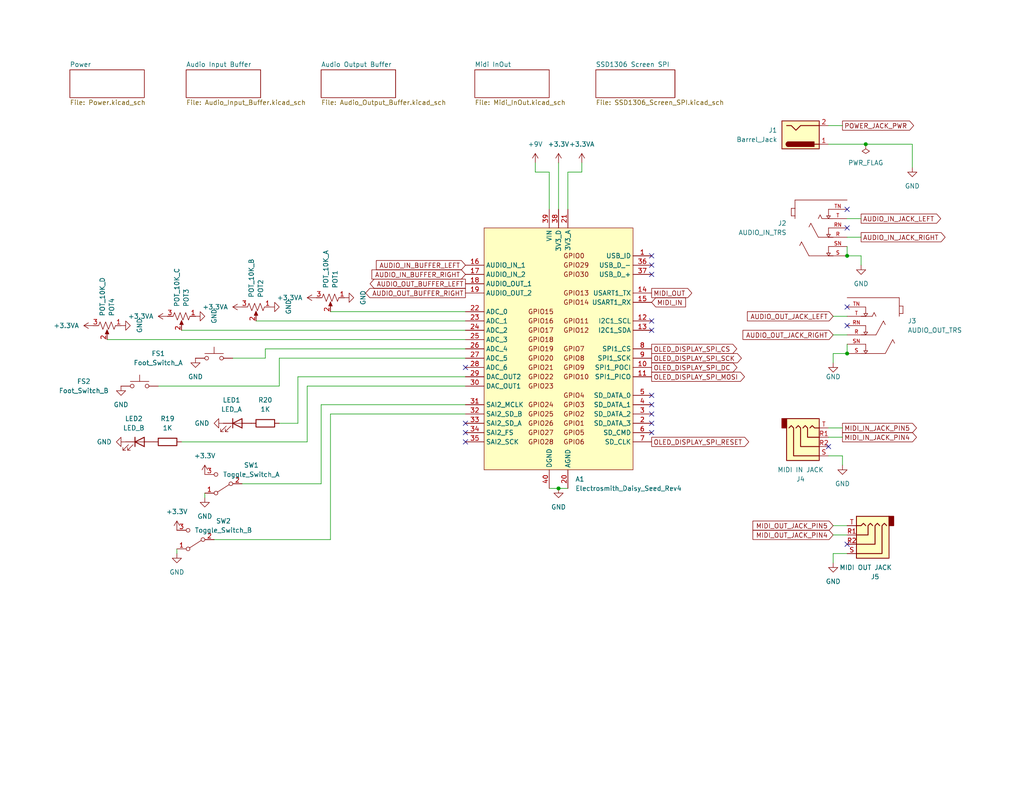
<source format=kicad_sch>
(kicad_sch (version 20230121) (generator eeschema)
  (paper "USLetter")
  (title_block (title "Daisy Seed Guitar Pedal 1590B") (date "2023-01-22") (rev "2") (company "Made by Keith Shepherd (kshep@mac.com)") (comment 1 "https://github.com/electro-smith/Hardware/blob/master/reference/daisy_petal/") (comment 2 "Schematic loosly based on the Electro-Smith Daisy Petal Reference Hardware Rev 5"))
  (lib_symbols
    (symbol "Connector:Barrel_Jack" (pin_names (offset 1.016))
      (property "Reference" "J" (at 0 5.334 0))
      (property "Value" "Barrel_Jack" (at 0 -5.08 0))
      (symbol "Barrel_Jack_0_1"
        (rectangle (start -5.08 3.81) (end 5.08 -3.81) (stroke (width 0.254)) (fill (type background)))
        (arc (start -3.302 3.175) (mid -3.9343 2.54) (end -3.302 1.905) (stroke (width 0.254)))
        (arc (start -3.302 3.175) (mid -3.9343 2.54) (end -3.302 1.905) (stroke (width 0.254)) (fill (type outline)))
        (polyline (pts (xy 5.08 2.54) (xy 3.81 2.54)) (stroke (width 0.254)))
        (polyline (pts (xy -3.81 -2.54) (xy -2.54 -2.54) (xy -1.27 -1.27) (xy 0 -2.54) (xy 2.54 -2.54) (xy 5.08 -2.54)) (stroke (width 0.254)))
        (rectangle (start 3.683 3.175) (end -3.302 1.905) (stroke (width 0.254)) (fill (type outline)))
      )
      (symbol "Barrel_Jack_1_1"
        (pin passive line (at 7.62 2.54 180) (length 2.54) (name "~") (number "1"))
        (pin passive line (at 7.62 -2.54 180) (length 2.54) (name "~") (number "2"))
      )
    )
    (symbol "Connector_Audio:AudioJack4"
      (property "Reference" "J" (at 0 8.89 0))
      (property "Value" "AudioJack4" (at 0 6.35 0))
      (symbol "AudioJack4_0_1"
        (rectangle (start -6.35 -5.08) (end -7.62 -7.62) (stroke (width 0.254)) (fill (type outline)))
        (polyline (pts (xy 0 -5.08) (xy 0.635 -5.715) (xy 1.27 -5.08) (xy 2.54 -5.08)) (stroke (width 0.254)))
        (polyline (pts (xy -5.715 -5.08) (xy -5.08 -5.715) (xy -4.445 -5.08) (xy -4.445 2.54) (xy 2.54 2.54)) (stroke (width 0.254)))
        (polyline (pts (xy -1.905 -5.08) (xy -1.27 -5.715) (xy -0.635 -5.08) (xy -0.635 -2.54) (xy 2.54 -2.54)) (stroke (width 0.254)))
        (polyline (pts (xy 2.54 0) (xy -2.54 0) (xy -2.54 -5.08) (xy -3.175 -5.715) (xy -3.81 -5.08)) (stroke (width 0.254)))
        (rectangle (start 2.54 3.81) (end -6.35 -7.62) (stroke (width 0.254)) (fill (type background)))
      )
      (symbol "AudioJack4_1_1"
        (pin passive line (at 5.08 -2.54 180) (length 2.54) (name "~") (number "R1"))
        (pin passive line (at 5.08 0 180) (length 2.54) (name "~") (number "R2"))
        (pin passive line (at 5.08 2.54 180) (length 2.54) (name "~") (number "S"))
        (pin passive line (at 5.08 -5.08 180) (length 2.54) (name "~") (number "T"))
      )
    )
    (symbol "Device:LED" (pin_numbers hide) (pin_names (offset 1.016) hide)
      (property "Reference" "D" (at 0 2.54 0))
      (property "Value" "LED" (at 0 -2.54 0))
      (symbol "LED_0_1"
        (polyline (pts (xy -1.27 -1.27) (xy -1.27 1.27)) (stroke (width 0.254)))
        (polyline (pts (xy -1.27 0) (xy 1.27 0)))
        (polyline (pts (xy 1.27 -1.27) (xy 1.27 1.27) (xy -1.27 0) (xy 1.27 -1.27)) (stroke (width 0.254)))
        (polyline (pts (xy -3.048 -0.762) (xy -4.572 -2.286) (xy -3.81 -2.286) (xy -4.572 -2.286) (xy -4.572 -1.524)))
        (polyline (pts (xy -1.778 -0.762) (xy -3.302 -2.286) (xy -2.54 -2.286) (xy -3.302 -2.286) (xy -3.302 -1.524)))
      )
      (symbol "LED_1_1"
        (pin passive line (at -3.81 0 0) (length 2.54) (name "K") (number "1"))
        (pin passive line (at 3.81 0 180) (length 2.54) (name "A") (number "2"))
      )
    )
    (symbol "Device:R" (pin_numbers hide) (pin_names (offset 0))
      (property "Reference" "R" (at 2.032 0 90))
      (property "Value" "R" (at 0 0 90))
      (symbol "R_0_1"
        (rectangle (start -1.016 -2.54) (end 1.016 2.54) (stroke (width 0.254)))
      )
      (symbol "R_1_1"
        (pin passive line (at 0 3.81 270) (length 1.27) (name "~") (number "1"))
        (pin passive line (at 0 -3.81 90) (length 1.27) (name "~") (number "2"))
      )
    )
    (symbol "Device:R_Potentiometer_US" (pin_names (offset 1.016) hide)
      (property "Reference" "RV" (at -4.445 0 90))
      (property "Value" "R_Potentiometer_US" (at -2.54 0 90))
      (symbol "R_Potentiometer_US_0_1"
        (polyline (pts (xy 0 -2.286) (xy 0 -2.54)))
        (polyline (pts (xy 0 2.54) (xy 0 2.286)))
        (polyline (pts (xy 2.54 0) (xy 1.524 0)))
        (polyline (pts (xy 1.143 0) (xy 2.286 0.508) (xy 2.286 -0.508) (xy 1.143 0)) (fill (type outline)))
        (polyline (pts (xy 0 -0.762) (xy 1.016 -1.143) (xy 0 -1.524) (xy -1.016 -1.905) (xy 0 -2.286)))
        (polyline (pts (xy 0 0.762) (xy 1.016 0.381) (xy 0 0) (xy -1.016 -0.381) (xy 0 -0.762)))
        (polyline (pts (xy 0 2.286) (xy 1.016 1.905) (xy 0 1.524) (xy -1.016 1.143) (xy 0 0.762)))
      )
      (symbol "R_Potentiometer_US_1_1"
        (pin passive line (at 0 3.81 270) (length 1.27) (name "1") (number "1"))
        (pin passive line (at 3.81 0 180) (length 1.27) (name "2") (number "2"))
        (pin passive line (at 0 -3.81 90) (length 1.27) (name "3") (number "3"))
      )
    )
    (symbol "MCU_Module:Electrosmith_Daisy_Seed_Rev4"
      (property "Reference" "A" (at -20.32 34.29 0))
      (property "Value" "Electrosmith_Daisy_Seed_Rev4" (at 33.02 34.29 0))
      (symbol "Electrosmith_Daisy_Seed_Rev4_0_0"
        (text "GPIO0" (at 1.27 25.4 0) (effects (font (size 1.27 1.27)) (justify left)))
        (text "GPIO1" (at 1.27 -20.32 0) (effects (font (size 1.27 1.27)) (justify left)))
        (text "GPIO10" (at 1.27 -7.62 0) (effects (font (size 1.27 1.27)) (justify left)))
        (text "GPIO11" (at 1.27 7.62 0) (effects (font (size 1.27 1.27)) (justify left)))
        (text "GPIO12" (at 1.27 5.08 0) (effects (font (size 1.27 1.27)) (justify left)))
        (text "GPIO13" (at 1.27 15.24 0) (effects (font (size 1.27 1.27)) (justify left)))
        (text "GPIO14" (at 1.27 12.7 0) (effects (font (size 1.27 1.27)) (justify left)))
        (text "GPIO15" (at -1.27 10.16 0) (effects (font (size 1.27 1.27)) (justify right)))
        (text "GPIO16" (at -1.27 7.62 0) (effects (font (size 1.27 1.27)) (justify right)))
        (text "GPIO17" (at -1.27 5.08 0) (effects (font (size 1.27 1.27)) (justify right)))
        (text "GPIO18" (at -1.27 2.54 0) (effects (font (size 1.27 1.27)) (justify right)))
        (text "GPIO19" (at -1.27 0 0) (effects (font (size 1.27 1.27)) (justify right)))
        (text "GPIO2" (at 1.27 -17.78 0) (effects (font (size 1.27 1.27)) (justify left)))
        (text "GPIO20" (at -1.27 -2.54 0) (effects (font (size 1.27 1.27)) (justify right)))
        (text "GPIO21" (at -1.27 -5.08 0) (effects (font (size 1.27 1.27)) (justify right)))
        (text "GPIO22" (at -1.27 -7.62 0) (effects (font (size 1.27 1.27)) (justify right)))
        (text "GPIO23" (at -1.27 -10.16 0) (effects (font (size 1.27 1.27)) (justify right)))
        (text "GPIO24" (at -1.27 -15.24 0) (effects (font (size 1.27 1.27)) (justify right)))
        (text "GPIO25" (at -1.27 -17.78 0) (effects (font (size 1.27 1.27)) (justify right)))
        (text "GPIO26" (at -1.27 -20.32 0) (effects (font (size 1.27 1.27)) (justify right)))
        (text "GPIO27" (at -1.27 -22.86 0) (effects (font (size 1.27 1.27)) (justify right)))
        (text "GPIO28" (at -1.27 -25.4 0) (effects (font (size 1.27 1.27)) (justify right)))
        (text "GPIO29" (at 1.27 22.86 0) (effects (font (size 1.27 1.27)) (justify left)))
        (text "GPIO3" (at 1.27 -15.24 0) (effects (font (size 1.27 1.27)) (justify left)))
        (text "GPIO30" (at 1.27 20.32 0) (effects (font (size 1.27 1.27)) (justify left)))
        (text "GPIO4" (at 1.27 -12.7 0) (effects (font (size 1.27 1.27)) (justify left)))
        (text "GPIO5" (at 1.27 -22.86 0) (effects (font (size 1.27 1.27)) (justify left)))
        (text "GPIO6" (at 1.27 -25.4 0) (effects (font (size 1.27 1.27)) (justify left)))
        (text "GPIO7" (at 1.27 0 0) (effects (font (size 1.27 1.27)) (justify left)))
        (text "GPIO8" (at 1.27 -2.54 0) (effects (font (size 1.27 1.27)) (justify left)))
        (text "GPIO9" (at 1.27 -5.08 0) (effects (font (size 1.27 1.27)) (justify left)))
        (pin bidirectional line (at 25.4 25.4 180) (length 5.08) (name "USB_ID") (number "1"))
        (pin bidirectional line (at 25.4 -5.08 180) (length 5.08) (name "SPI1_POCI") (number "10"))
        (pin bidirectional line (at 25.4 -7.62 180) (length 5.08) (name "SPI1_PICO") (number "11"))
        (pin bidirectional line (at 25.4 7.62 180) (length 5.08) (name "I2C1_SCL") (number "12"))
        (pin bidirectional line (at 25.4 5.08 180) (length 5.08) (name "I2C1_SDA") (number "13"))
        (pin bidirectional line (at 25.4 15.24 180) (length 5.08) (name "USART1_TX") (number "14"))
        (pin bidirectional line (at 25.4 12.7 180) (length 5.08) (name "USART1_RX") (number "15"))
        (pin input line (at -25.4 22.86 0) (length 5.08) (name "AUDIO_IN_1") (number "16"))
        (pin input line (at -25.4 20.32 0) (length 5.08) (name "AUDIO_IN_2") (number "17"))
        (pin output line (at -25.4 17.78 0) (length 5.08) (name "AUDIO_OUT_1") (number "18"))
        (pin output line (at -25.4 15.24 0) (length 5.08) (name "AUDIO_OUT_2") (number "19"))
        (pin bidirectional line (at 25.4 -20.32 180) (length 5.08) (name "SD_DATA_3") (number "2"))
        (pin power_in line (at 2.54 -38.1 90) (length 5.08) (name "AGND") (number "20"))
        (pin power_out line (at 2.54 38.1 270) (length 5.08) (name "3V3_A") (number "21"))
        (pin bidirectional line (at -25.4 10.16 0) (length 5.08) (name "ADC_0") (number "22"))
        (pin bidirectional line (at -25.4 7.62 0) (length 5.08) (name "ADC_1") (number "23"))
        (pin bidirectional line (at -25.4 5.08 0) (length 5.08) (name "ADC_2") (number "24"))
        (pin bidirectional line (at -25.4 2.54 0) (length 5.08) (name "ADC_3") (number "25"))
        (pin bidirectional line (at -25.4 0 0) (length 5.08) (name "ADC_4") (number "26"))
        (pin bidirectional line (at -25.4 -2.54 0) (length 5.08) (name "ADC_5") (number "27"))
        (pin bidirectional line (at -25.4 -5.08 0) (length 5.08) (name "ADC_6") (number "28"))
        (pin bidirectional line (at -25.4 -7.62 0) (length 5.08) (name "DAC_OUT2") (number "29"))
        (pin bidirectional line (at 25.4 -17.78 180) (length 5.08) (name "SD_DATA_2") (number "3"))
        (pin bidirectional line (at -25.4 -10.16 0) (length 5.08) (name "DAC_OUT1") (number "30"))
        (pin bidirectional line (at -25.4 -15.24 0) (length 5.08) (name "SAI2_MCLK") (number "31"))
        (pin bidirectional line (at -25.4 -17.78 0) (length 5.08) (name "SAI2_SD_B") (number "32"))
        (pin bidirectional line (at -25.4 -20.32 0) (length 5.08) (name "SAI2_SD_A") (number "33"))
        (pin bidirectional line (at -25.4 -22.86 0) (length 5.08) (name "SAI2_FS") (number "34"))
        (pin bidirectional line (at -25.4 -25.4 0) (length 5.08) (name "SAI2_SCK") (number "35"))
        (pin bidirectional line (at 25.4 22.86 180) (length 5.08) (name "USB_D_-") (number "36"))
        (pin bidirectional line (at 25.4 20.32 180) (length 5.08) (name "USB_D_+") (number "37"))
        (pin power_out line (at 0 38.1 270) (length 5.08) (name "3V3_D") (number "38"))
        (pin power_in line (at -2.54 38.1 270) (length 5.08) (name "VIN") (number "39"))
        (pin bidirectional line (at 25.4 -15.24 180) (length 5.08) (name "SD_DATA_1") (number "4"))
        (pin power_in line (at -2.54 -38.1 90) (length 5.08) (name "DGND") (number "40"))
        (pin bidirectional line (at 25.4 -12.7 180) (length 5.08) (name "SD_DATA_0") (number "5"))
        (pin bidirectional line (at 25.4 -22.86 180) (length 5.08) (name "SD_CMD") (number "6"))
        (pin bidirectional line (at 25.4 -25.4 180) (length 5.08) (name "SD_CLK") (number "7"))
        (pin bidirectional line (at 25.4 0 180) (length 5.08) (name "SPI1_CS") (number "8"))
        (pin bidirectional line (at 25.4 -2.54 180) (length 5.08) (name "SPI1_SCK") (number "9"))
      )
      (symbol "Electrosmith_Daisy_Seed_Rev4_0_1"
        (rectangle (start -20.32 33.02) (end 20.32 -33.02) (fill (type background)))
      )
    )
    (symbol "NMJ6HCD2:NMJ6HCD2" (pin_names (offset 1.016))
      (property "Reference" "J" (at -7.6236 8.1319 0))
      (property "Value" "NMJ6HCD2" (at -7.6298 -10.1747 0))
      (symbol "NMJ6HCD2_0_0"
        (polyline (pts (xy -7.62 -5.334) (xy -6.604 -5.334)) (stroke (width 0.1524)))
        (polyline (pts (xy -7.62 -3.302) (xy -7.62 -5.334)) (stroke (width 0.1524)))
        (polyline (pts (xy -6.604 -7.62) (xy -6.604 -5.334)) (stroke (width 0.1524)))
        (polyline (pts (xy -6.604 -5.334) (xy -6.604 -3.302)) (stroke (width 0.1524)))
        (polyline (pts (xy -6.604 -3.302) (xy -7.62 -3.302)) (stroke (width 0.1524)))
        (polyline (pts (xy -6.604 -2.54) (xy -6.604 -3.302)) (stroke (width 0.1524)))
        (polyline (pts (xy -4.826 3.81) (xy -5.334 4.826)) (stroke (width 0.1524)))
        (polyline (pts (xy -2.794 7.62) (xy -4.826 3.81)) (stroke (width 0.1524)))
        (polyline (pts (xy -2.286 -1.27) (xy -2.794 -0.254)) (stroke (width 0.1524)))
        (polyline (pts (xy -0.254 2.54) (xy -2.286 -1.27)) (stroke (width 0.1524)))
        (polyline (pts (xy 0.254 -3.556) (xy -0.254 -2.54)) (stroke (width 0.1524)))
        (polyline (pts (xy 0.762 -2.54) (xy 0.254 -3.556)) (stroke (width 0.1524)))
        (polyline (pts (xy 2.032 -3.302) (xy 2.54 -3.302)) (stroke (width 0.1524)))
        (polyline (pts (xy 2.032 1.778) (xy 2.54 1.778)) (stroke (width 0.1524)))
        (polyline (pts (xy 2.032 6.858) (xy 2.54 6.858)) (stroke (width 0.1524)))
        (polyline (pts (xy 2.54 -3.302) (xy 2.54 -5.08)) (stroke (width 0.1524)))
        (polyline (pts (xy 2.54 -3.302) (xy 3.048 -3.302)) (stroke (width 0.1524)))
        (polyline (pts (xy 2.54 -2.54) (xy 0.762 -2.54)) (stroke (width 0.1524)))
        (polyline (pts (xy 2.54 -2.54) (xy 2.032 -3.302)) (stroke (width 0.1524)))
        (polyline (pts (xy 2.54 1.778) (xy 2.54 0)) (stroke (width 0.1524)))
        (polyline (pts (xy 2.54 1.778) (xy 3.048 1.778)) (stroke (width 0.1524)))
        (polyline (pts (xy 2.54 2.54) (xy -0.254 2.54)) (stroke (width 0.1524)))
        (polyline (pts (xy 2.54 2.54) (xy 2.032 1.778)) (stroke (width 0.1524)))
        (polyline (pts (xy 2.54 6.858) (xy 2.54 5.08)) (stroke (width 0.1524)))
        (polyline (pts (xy 2.54 6.858) (xy 3.048 6.858)) (stroke (width 0.1524)))
        (polyline (pts (xy 2.54 7.62) (xy -2.794 7.62)) (stroke (width 0.1524)))
        (polyline (pts (xy 2.54 7.62) (xy 2.032 6.858)) (stroke (width 0.1524)))
        (polyline (pts (xy 3.048 -3.302) (xy 2.54 -2.54)) (stroke (width 0.1524)))
        (polyline (pts (xy 3.048 1.778) (xy 2.54 2.54)) (stroke (width 0.1524)))
        (polyline (pts (xy 3.048 6.858) (xy 2.54 7.62)) (stroke (width 0.1524)))
        (polyline (pts (xy 3.81 -2.54) (xy 2.54 -2.54)) (stroke (width 0.1524)))
        (polyline (pts (xy 3.81 2.54) (xy 2.54 2.54)) (stroke (width 0.1524)))
        (polyline (pts (xy 3.81 7.62) (xy 2.54 7.62)) (stroke (width 0.1524)))
        (polyline (pts (xy 7.62 -7.62) (xy -6.604 -7.62)) (stroke (width 0.1524)))
        (pin passive line (at 7.62 2.54 180) (length 5.08) (name "~") (number "R"))
        (pin passive line (at 7.62 0 180) (length 5.08) (name "~") (number "RN"))
        (pin passive line (at 7.62 7.62 180) (length 5.08) (name "~") (number "S"))
        (pin passive line (at 7.62 5.08 180) (length 5.08) (name "~") (number "SN"))
        (pin passive line (at 7.62 -2.54 180) (length 5.08) (name "~") (number "T"))
        (pin passive line (at 7.62 -5.08 180) (length 5.08) (name "~") (number "TN"))
      )
    )
    (symbol "Switch:SW_Push" (pin_numbers hide) (pin_names (offset 1.016) hide)
      (property "Reference" "SW" (at 1.27 2.54 0))
      (property "Value" "SW_Push" (at 0 -1.524 0))
      (symbol "SW_Push_0_1"
        (circle (center -2.032 0) (radius 0.508))
        (polyline (pts (xy 0 1.27) (xy 0 3.048)))
        (polyline (pts (xy 2.54 1.27) (xy -2.54 1.27)))
        (circle (center 2.032 0) (radius 0.508))
        (pin passive line (at -5.08 0 0) (length 2.54) (name "1") (number "1"))
        (pin passive line (at 5.08 0 180) (length 2.54) (name "2") (number "2"))
      )
    )
    (symbol "Switch:SW_SPDT" (pin_names (offset 0) hide)
      (property "Reference" "SW" (at 0 4.318 0))
      (property "Value" "SW_SPDT" (at 0 -5.08 0))
      (symbol "SW_SPDT_0_0"
        (circle (center -2.032 0) (radius 0.508))
        (circle (center 2.032 -2.54) (radius 0.508))
      )
      (symbol "SW_SPDT_0_1"
        (polyline (pts (xy -1.524 0.254) (xy 1.651 2.286)))
        (circle (center 2.032 2.54) (radius 0.508))
      )
      (symbol "SW_SPDT_1_1"
        (pin passive line (at 5.08 2.54 180) (length 2.54) (name "A") (number "1"))
        (pin passive line (at -5.08 0 0) (length 2.54) (name "B") (number "2"))
        (pin passive line (at 5.08 -2.54 180) (length 2.54) (name "C") (number "3"))
      )
    )
    (symbol "power:+3.3V" (power) (pin_names (offset 0))
      (property "Value" "+3.3V" (at 0 3.556 0))
      (symbol "+3.3V_0_1"
        (polyline (pts (xy -0.762 1.27) (xy 0 2.54)))
        (polyline (pts (xy 0 0) (xy 0 2.54)))
        (polyline (pts (xy 0 2.54) (xy 0.762 1.27)))
      )
      (symbol "+3.3V_1_1"
        (pin power_in line (at 0 0 90) (length 0) hide (name "+3.3V") (number "1"))
      )
    )
    (symbol "power:+3.3VA" (power) (pin_names (offset 0))
      (property "Value" "+3.3VA" (at 0 3.556 0))
      (symbol "+3.3VA_0_1"
        (polyline (pts (xy -0.762 1.27) (xy 0 2.54)))
        (polyline (pts (xy 0 0) (xy 0 2.54)))
        (polyline (pts (xy 0 2.54) (xy 0.762 1.27)))
      )
      (symbol "+3.3VA_1_1"
        (pin power_in line (at 0 0 90) (length 0) hide (name "+3.3VA") (number "1"))
      )
    )
    (symbol "power:+9V" (power) (pin_names (offset 0))
      (property "Value" "+9V" (at 0 3.556 0))
      (symbol "+9V_0_1"
        (polyline (pts (xy -0.762 1.27) (xy 0 2.54)))
        (polyline (pts (xy 0 0) (xy 0 2.54)))
        (polyline (pts (xy 0 2.54) (xy 0.762 1.27)))
      )
      (symbol "+9V_1_1"
        (pin power_in line (at 0 0 90) (length 0) hide (name "+9V") (number "1"))
      )
    )
    (symbol "power:GND" (power) (pin_names (offset 0))
      (property "Value" "GND" (at 0 -3.81 0))
      (symbol "GND_0_1"
        (polyline (pts (xy 0 0) (xy 0 -1.27) (xy 1.27 -1.27) (xy 0 -2.54) (xy -1.27 -1.27) (xy 0 -1.27)))
      )
      (symbol "GND_1_1"
        (pin power_in line (at 0 0 270) (length 0) hide (name "GND") (number "1"))
      )
    )
    (symbol "power:PWR_FLAG" (power) (pin_numbers hide) (pin_names (offset 0) hide)
      (property "Value" "PWR_FLAG" (at 0 3.81 0))
      (symbol "PWR_FLAG_0_0"
        (pin power_out line (at 0 0 90) (length 0) (name "pwr") (number "1"))
      )
      (symbol "PWR_FLAG_0_1"
        (polyline (pts (xy 0 0) (xy 0 1.27) (xy -1.016 1.905) (xy 0 2.54) (xy 1.016 1.905) (xy 0 1.27)))
      )
    )
  )
  (junction (at 231.14 69.85))
  (junction (at 152.4 133.35))
  (junction (at 236.22 39.37))
  (junction (at 231.14 96.52))
  (no_connect (at 177.8 72.39))
  (no_connect (at 177.8 118.11))
  (no_connect (at 231.14 83.82))
  (no_connect (at 231.14 57.15))
  (no_connect (at 127 100.33))
  (no_connect (at 177.8 90.17))
  (no_connect (at 127 115.57))
  (no_connect (at 127 118.11))
  (no_connect (at 231.14 88.9))
  (no_connect (at 177.8 113.03))
  (no_connect (at 127 120.65))
  (no_connect (at 231.14 148.59))
  (no_connect (at 226.06 121.92))
  (no_connect (at 177.8 87.63))
  (no_connect (at 177.8 74.93))
  (no_connect (at 177.8 107.95))
  (no_connect (at 177.8 115.57))
  (no_connect (at 231.14 62.23))
  (no_connect (at 177.8 110.49))
  (no_connect (at 177.8 69.85))
  (wire (pts (xy 66.04 132.08) (xy 87.63 132.08)))
  (wire (pts (xy 72.39 95.25) (xy 127 95.25)))
  (wire (pts (xy 146.05 44.45) (xy 146.05 46.99)))
  (wire (pts (xy 154.94 57.15) (xy 154.94 46.99)))
  (wire (pts (xy 227.33 143.51) (xy 231.14 143.51)))
  (wire (pts (xy 90.17 147.32) (xy 90.17 113.03)))
  (wire (pts (xy 76.2 105.41) (xy 76.2 97.79)))
  (wire (pts (xy 226.06 39.37) (xy 236.22 39.37)))
  (wire (pts (xy 229.87 127) (xy 229.87 124.46)))
  (wire (pts (xy 81.28 115.57) (xy 81.28 102.87)))
  (wire (pts (xy 83.82 120.65) (xy 83.82 105.41)))
  (wire (pts (xy 149.86 57.15) (xy 149.86 46.99)))
  (wire (pts (xy 248.92 45.72) (xy 248.92 39.37)))
  (wire (pts (xy 227.33 86.36) (xy 231.14 86.36)))
  (wire (pts (xy 149.86 133.35) (xy 152.4 133.35)))
  (wire (pts (xy 149.86 46.99) (xy 146.05 46.99)))
  (wire (pts (xy 154.94 46.99) (xy 158.75 46.99)))
  (wire (pts (xy 87.63 110.49) (xy 127 110.49)))
  (wire (pts (xy 234.95 69.85) (xy 234.95 72.39)))
  (wire (pts (xy 227.33 151.13) (xy 227.33 153.67)))
  (wire (pts (xy 55.88 134.62) (xy 55.88 135.89)))
  (wire (pts (xy 63.5 97.79) (xy 72.39 97.79)))
  (wire (pts (xy 229.87 119.38) (xy 226.06 119.38)))
  (wire (pts (xy 234.95 59.69) (xy 231.14 59.69)))
  (wire (pts (xy 231.14 151.13) (xy 227.33 151.13)))
  (wire (pts (xy 83.82 105.41) (xy 127 105.41)))
  (wire (pts (xy 49.53 120.65) (xy 83.82 120.65)))
  (wire (pts (xy 90.17 85.09) (xy 127 85.09)))
  (wire (pts (xy 227.33 91.44) (xy 231.14 91.44)))
  (wire (pts (xy 81.28 102.87) (xy 127 102.87)))
  (wire (pts (xy 152.4 133.35) (xy 154.94 133.35)))
  (wire (pts (xy 58.42 147.32) (xy 90.17 147.32)))
  (wire (pts (xy 236.22 39.37) (xy 248.92 39.37)))
  (wire (pts (xy 87.63 132.08) (xy 87.63 110.49)))
  (wire (pts (xy 29.21 92.71) (xy 127 92.71)))
  (wire (pts (xy 48.26 149.86) (xy 48.26 151.13)))
  (wire (pts (xy 231.14 69.85) (xy 231.14 67.31)))
  (wire (pts (xy 152.4 44.45) (xy 152.4 57.15)))
  (wire (pts (xy 227.33 96.52) (xy 227.33 99.06)))
  (wire (pts (xy 234.95 64.77) (xy 231.14 64.77)))
  (wire (pts (xy 226.06 116.84) (xy 229.87 116.84)))
  (wire (pts (xy 43.18 105.41) (xy 76.2 105.41)))
  (wire (pts (xy 226.06 124.46) (xy 229.87 124.46)))
  (wire (pts (xy 158.75 44.45) (xy 158.75 46.99)))
  (wire (pts (xy 90.17 113.03) (xy 127 113.03)))
  (wire (pts (xy 226.06 34.29) (xy 229.87 34.29)))
  (wire (pts (xy 72.39 97.79) (xy 72.39 95.25)))
  (wire (pts (xy 234.95 69.85) (xy 231.14 69.85)))
  (wire (pts (xy 69.85 87.63) (xy 127 87.63)))
  (wire (pts (xy 76.2 97.79) (xy 127 97.79)))
  (wire (pts (xy 227.33 146.05) (xy 231.14 146.05)))
  (wire (pts (xy 227.33 96.52) (xy 231.14 96.52)))
  (wire (pts (xy 49.53 90.17) (xy 127 90.17)))
  (wire (pts (xy 231.14 93.98) (xy 231.14 96.52)))
  (wire (pts (xy 76.2 115.57) (xy 81.28 115.57)))
  (global_label "AUDIO_OUT_JACK_LEFT" (shape input) (at 227.33 86.36 180) (property "Intersheetrefs" "${INTERSHEET_REFS}" (effects hide)))
  (global_label "OLED_DISPLAY_SPI_SCK" (shape output) (at 177.8 97.79 0) (property "Intersheetrefs" "${INTERSHEET_REFS}" (effects hide)))
  (global_label "AUDIO_IN_JACK_LEFT" (shape output) (at 234.95 59.69 0) (property "Intersheetrefs" "${INTERSHEET_REFS}" (effects hide)))
  (global_label "MIDI_IN" (shape input) (at 177.8 82.55 0) (property "Intersheetrefs" "${INTERSHEET_REFS}" (effects hide)))
  (global_label "OLED_DISPLAY_SPI_DC" (shape output) (at 177.8 100.33 0) (property "Intersheetrefs" "${INTERSHEET_REFS}" (effects hide)))
  (global_label "MIDI_IN_JACK_PIN4" (shape output) (at 229.87 119.38 0) (property "Intersheetrefs" "${INTERSHEET_REFS}" (effects hide)))
  (global_label "OLED_DISPLAY_SPI_RESET" (shape output) (at 177.8 120.65 0) (property "Intersheetrefs" "${INTERSHEET_REFS}" (effects hide)))
  (global_label "POWER_JACK_PWR" (shape output) (at 229.87 34.29 0) (property "Intersheetrefs" "${INTERSHEET_REFS}" (effects hide)))
  (global_label "MIDI_OUT_JACK_PIN5" (shape input) (at 227.33 143.51 180) (property "Intersheetrefs" "${INTERSHEET_REFS}" (effects hide)))
  (global_label "AUDIO_OUT_BUFFER_RIGHT" (shape output) (at 127 80.01 180) (property "Intersheetrefs" "${INTERSHEET_REFS}" (effects hide)))
  (global_label "AUDIO_IN_BUFFER_LEFT" (shape input) (at 127 72.39 180) (property "Intersheetrefs" "${INTERSHEET_REFS}" (effects hide)))
  (global_label "OLED_DISPLAY_SPI_MOSI" (shape output) (at 177.8 102.87 0) (property "Intersheetrefs" "${INTERSHEET_REFS}" (effects hide)))
  (global_label "MIDI_OUT" (shape output) (at 177.8 80.01 0) (property "Intersheetrefs" "${INTERSHEET_REFS}" (effects hide)))
  (global_label "MIDI_OUT_JACK_PIN4" (shape input) (at 227.33 146.05 180) (property "Intersheetrefs" "${INTERSHEET_REFS}" (effects hide)))
  (global_label "AUDIO_OUT_BUFFER_LEFT" (shape output) (at 127 77.47 180) (property "Intersheetrefs" "${INTERSHEET_REFS}" (effects hide)))
  (global_label "AUDIO_IN_BUFFER_RIGHT" (shape input) (at 127 74.93 180) (property "Intersheetrefs" "${INTERSHEET_REFS}" (effects hide)))
  (global_label "OLED_DISPLAY_SPI_CS" (shape output) (at 177.8 95.25 0) (property "Intersheetrefs" "${INTERSHEET_REFS}" (effects hide)))
  (global_label "AUDIO_IN_JACK_RIGHT" (shape output) (at 234.95 64.77 0) (property "Intersheetrefs" "${INTERSHEET_REFS}" (effects hide)))
  (global_label "AUDIO_OUT_JACK_RIGHT" (shape input) (at 227.33 91.44 180) (property "Intersheetrefs" "${INTERSHEET_REFS}" (effects hide)))
  (global_label "MIDI_IN_JACK_PIN5" (shape output) (at 229.87 116.84 0) (property "Intersheetrefs" "${INTERSHEET_REFS}" (effects hide)))
  (symbol (lib_id "power:+3.3V") (at 152.4 44.45 0) (unit 1)
    (property "Reference" "#PWR026" (effects hide))
    (property "Value" "+3.3V" (at 152.4 39.37 0))
  )
  (symbol (lib_id "Switch:SW_Push") (at 38.1 105.41 0) (unit 1)
    (property "Reference" "FS2" (at 22.86 104.14 0))
    (property "Value" "Foot_Switch_B" (at 22.86 106.68 0))
    (property "Footprint" "Connector_PinHeader_2.54mm:PinHeader_1x02_P2.54mm_Vertical" (effects hide))
  )
  (symbol (lib_id "power:+3.3V") (at 55.88 129.54 0) (unit 1)
    (property "Reference" "#PWR039" (effects hide))
    (property "Value" "+3.3V" (at 55.88 124.46 0))
  )
  (symbol (lib_id "MCU_Module:Electrosmith_Daisy_Seed_Rev4") (at 152.4 95.25 0) (unit 1)
    (property "Reference" "A1" (at 156.9594 130.81 0) (effects (justify left)))
    (property "Value" "Electrosmith_Daisy_Seed_Rev4" (at 156.9594 133.35 0) (effects (justify left)))
    (property "Footprint" "Module:Electrosmith_Daisy_Seed" (effects hide))
    (property "Datasheet" "https://static1.squarespace.com/static/58d03fdc1b10e3bf442567b8/t/6227e6236f02fb68d1577146/1646781988478/Daisy_Seed_datasheet_v1.0.3.pdf" (effects hide))
  )
  (symbol (lib_id "Device:R") (at 72.39 115.57 90) (unit 1)
    (property "Reference" "R20" (at 72.39 109.22 90))
    (property "Value" "1K" (at 72.39 111.76 90))
    (property "Footprint" "Resistor_THT:R_Axial_DIN0207_L6.3mm_D2.5mm_P7.62mm_Horizontal" (effects hide))
  )
  (symbol (lib_id "Switch:SW_SPDT") (at 53.34 147.32 180) (unit 1)
    (property "Reference" "SW2" (at 60.96 142.24 0))
    (property "Value" "Toggle_Switch_B" (at 60.96 144.78 0))
    (property "Footprint" "Connector_PinHeader_2.54mm:PinHeader_1x03_P2.54mm_Vertical" (effects hide))
  )
  (symbol (lib_id "power:GND") (at 227.33 153.67 0) (unit 1)
    (property "Reference" "#PWR0113" (effects hide))
    (property "Value" "GND" (at 227.33 158.75 0))
  )
  (symbol (lib_id "power:GND") (at 53.34 86.36 90) (unit 1)
    (property "Reference" "#PWR032" (effects hide))
    (property "Value" "GND" (at 58.42 86.36 0))
  )
  (symbol (lib_id "Device:LED") (at 64.77 115.57 0) (unit 1)
    (property "Reference" "LED1" (at 63.1825 109.22 0))
    (property "Value" "LED_A" (at 63.1825 111.76 0))
    (property "Footprint" "Connector_PinHeader_2.54mm:PinHeader_1x02_P2.54mm_Vertical" (effects hide))
  )
  (symbol (lib_id "Device:R_Potentiometer_US") (at 69.85 83.82 270) (unit 1)
    (property "Reference" "POT2" (at 71.1201 81.28 0) (effects (justify right)))
    (property "Value" "POT_10K_B" (at 68.5801 81.28 0) (effects (justify right)))
    (property "Footprint" "Connector_PinHeader_2.54mm:PinHeader_1x03_P2.54mm_Vertical" (effects hide))
  )
  (symbol (lib_id "power:GND") (at 55.88 135.89 0) (unit 1)
    (property "Reference" "#PWR038" (effects hide))
    (property "Value" "GND" (at 55.88 140.97 0))
  )
  (symbol (lib_id "power:GND") (at 48.26 151.13 0) (unit 1)
    (property "Reference" "#PWR036" (effects hide))
    (property "Value" "GND" (at 48.26 156.21 0))
  )
  (symbol (lib_id "power:GND") (at 93.98 81.28 90) (unit 1)
    (property "Reference" "#PWR028" (effects hide))
    (property "Value" "GND" (at 99.06 81.28 0))
  )
  (symbol (lib_id "power:GND") (at 34.29 120.65 270) (unit 1)
    (property "Reference" "#PWR0104" (effects hide))
    (property "Value" "GND" (at 30.48 120.6499 90) (effects (justify right)))
  )
  (symbol (lib_id "power:GND") (at 152.4 133.35 0) (unit 1)
    (property "Reference" "#PWR027" (effects hide))
    (property "Value" "GND" (at 152.4 138.43 0))
  )
  (symbol (lib_id "power:GND") (at 234.95 72.39 0) (mirror y) (unit 1)
    (property "Reference" "#PWR0111" (effects hide))
    (property "Value" "GND" (at 234.95 77.47 0))
  )
  (symbol (lib_id "power:+3.3V") (at 48.26 144.78 0) (unit 1)
    (property "Reference" "#PWR037" (effects hide))
    (property "Value" "+3.3V" (at 48.26 139.7 0))
  )
  (symbol (lib_id "power:GND") (at 60.96 115.57 270) (unit 1)
    (property "Reference" "#PWR0101" (effects hide))
    (property "Value" "GND" (at 57.15 115.5699 90) (effects (justify right)))
  )
  (symbol (lib_id "Connector:Barrel_Jack") (at 218.44 36.83 0) (mirror x) (unit 1)
    (property "Reference" "J1" (at 212.09 35.5599 0) (effects (justify right)))
    (property "Value" "Barrel_Jack" (at 212.09 38.0999 0) (effects (justify right)))
    (property "Footprint" "Connector_PinHeader_2.54mm:PinHeader_1x02_P2.54mm_Vertical" (effects hide))
  )
  (symbol (lib_id "Device:R_Potentiometer_US") (at 29.21 88.9 270) (unit 1)
    (property "Reference" "POT4" (at 30.4801 86.36 0) (effects (justify right)))
    (property "Value" "POT_10K_D" (at 27.9401 86.36 0) (effects (justify right)))
    (property "Footprint" "Connector_PinHeader_2.54mm:PinHeader_1x03_P2.54mm_Vertical" (effects hide))
  )
  (symbol (lib_id "power:+3.3VA") (at 66.04 83.82 90) (unit 1)
    (property "Reference" "#PWR0107" (effects hide))
    (property "Value" "+3.3VA" (at 62.23 83.8199 90) (effects (justify left)))
  )
  (symbol (lib_id "power:GND") (at 53.34 97.79 0) (unit 1)
    (property "Reference" "#PWR0102" (effects hide))
    (property "Value" "GND" (at 53.34 102.87 0))
  )
  (symbol (lib_id "Connector_Audio:AudioJack4") (at 236.22 148.59 180) (unit 1)
    (property "Reference" "J5" (at 238.76 157.48 0))
    (property "Value" "MIDI OUT JACK" (at 236.22 154.94 0))
    (property "Footprint" "AudioConnector-PJ320A:TRRS-PJ-320A" (effects hide))
  )
  (symbol (lib_id "power:+9V") (at 146.05 44.45 0) (unit 1)
    (property "Reference" "#PWR025" (effects hide))
    (property "Value" "+9V" (at 146.05 39.37 0))
  )
  (symbol (lib_id "power:+3.3VA") (at 86.36 81.28 90) (unit 1)
    (property "Reference" "#PWR0106" (effects hide))
    (property "Value" "+3.3VA" (at 82.55 81.2799 90) (effects (justify left)))
  )
  (symbol (lib_id "NMJ6HCD2:NMJ6HCD2") (at 223.52 62.23 0) (mirror x) (unit 1)
    (property "Reference" "J2" (at 214.63 60.9599 0) (effects (justify right)))
    (property "Value" "AUDIO_IN_TRS" (at 214.63 63.4999 0) (effects (justify right)))
    (property "Footprint" "NMJ6HCD2:NEUTRIK_NMJ6HCD2" (effects hide))
    (property "STANDARD" "Manufacturer Recommendations" (effects hide))
    (property "PARTREV" "26.02.2021" (effects hide))
    (property "MAXIMUM_PACKAGE_HEIGHT" "15.67 mm" (effects hide))
    (property "MANUFACTURER" "Neutrik" (effects hide))
    (property "SNAPEDA_PN" "NMJ6HCD2" (effects hide))
  )
  (symbol (lib_id "Switch:SW_Push") (at 58.42 97.79 0) (unit 1)
    (property "Reference" "FS1" (at 43.18 96.52 0))
    (property "Value" "Foot_Switch_A" (at 43.18 99.06 0))
    (property "Footprint" "Connector_PinHeader_2.54mm:PinHeader_1x02_P2.54mm_Vertical" (effects hide))
  )
  (symbol (lib_id "Switch:SW_SPDT") (at 60.96 132.08 180) (unit 1)
    (property "Reference" "SW1" (at 68.58 127 0))
    (property "Value" "Toggle_Switch_A" (at 68.58 129.54 0))
    (property "Footprint" "Connector_PinHeader_2.54mm:PinHeader_1x03_P2.54mm_Vertical" (effects hide))
  )
  (symbol (lib_id "power:GND") (at 73.66 83.82 90) (unit 1)
    (property "Reference" "#PWR030" (effects hide))
    (property "Value" "GND" (at 78.74 83.82 0))
  )
  (symbol (lib_id "power:GND") (at 33.02 105.41 0) (unit 1)
    (property "Reference" "#PWR0103" (effects hide))
    (property "Value" "GND" (at 33.02 110.49 0))
  )
  (symbol (lib_id "Device:R_Potentiometer_US") (at 90.17 81.28 270) (unit 1)
    (property "Reference" "POT1" (at 91.4401 78.74 0) (effects (justify right)))
    (property "Value" "POT_10K_A" (at 88.9001 78.74 0) (effects (justify right)))
    (property "Footprint" "Connector_PinHeader_2.54mm:PinHeader_1x03_P2.54mm_Vertical" (effects hide))
  )
  (symbol (lib_id "power:GND") (at 33.02 88.9 90) (unit 1)
    (property "Reference" "#PWR034" (effects hide))
    (property "Value" "GND" (at 38.1 88.9 0))
  )
  (symbol (lib_id "power:PWR_FLAG") (at 236.22 39.37 0) (mirror x) (unit 1)
    (property "Reference" "#FLG0101" (effects hide))
    (property "Value" "PWR_FLAG" (at 236.22 44.45 0))
  )
  (symbol (lib_id "Device:R") (at 45.72 120.65 90) (unit 1)
    (property "Reference" "R19" (at 45.72 114.3 90))
    (property "Value" "1K" (at 45.72 116.84 90))
    (property "Footprint" "Resistor_THT:R_Axial_DIN0207_L6.3mm_D2.5mm_P7.62mm_Horizontal" (effects hide))
  )
  (symbol (lib_id "power:GND") (at 229.87 127 0) (mirror y) (unit 1)
    (property "Reference" "#PWR0112" (effects hide))
    (property "Value" "GND" (at 229.87 132.08 0))
  )
  (symbol (lib_id "power:+3.3VA") (at 25.4 88.9 90) (unit 1)
    (property "Reference" "#PWR0109" (effects hide))
    (property "Value" "+3.3VA" (at 21.59 88.8999 90) (effects (justify left)))
  )
  (symbol (lib_id "power:+3.3VA") (at 45.72 86.36 90) (unit 1)
    (property "Reference" "#PWR0108" (effects hide))
    (property "Value" "+3.3VA" (at 41.91 86.3599 90) (effects (justify left)))
  )
  (symbol (lib_id "power:GND") (at 227.33 99.06 0) (unit 1)
    (property "Reference" "#PWR018" (effects hide))
    (property "Value" "GND" (at 227.33 102.87 0))
  )
  (symbol (lib_id "Device:R_Potentiometer_US") (at 49.53 86.36 270) (unit 1)
    (property "Reference" "POT3" (at 50.8001 83.82 0) (effects (justify right)))
    (property "Value" "POT_10K_C" (at 48.2601 83.82 0) (effects (justify right)))
    (property "Footprint" "Connector_PinHeader_2.54mm:PinHeader_1x03_P2.54mm_Vertical" (effects hide))
  )
  (symbol (lib_id "power:GND") (at 248.92 45.72 0) (mirror y) (unit 1)
    (property "Reference" "#PWR0114" (effects hide))
    (property "Value" "GND" (at 248.92 50.8 0))
  )
  (symbol (lib_id "Device:LED") (at 38.1 120.65 0) (unit 1)
    (property "Reference" "LED2" (at 36.5125 114.3 0))
    (property "Value" "LED_B" (at 36.5125 116.84 0))
    (property "Footprint" "Connector_PinHeader_2.54mm:PinHeader_1x02_P2.54mm_Vertical" (effects hide))
  )
  (symbol (lib_id "power:+3.3VA") (at 158.75 44.45 0) (unit 1)
    (property "Reference" "#PWR0105" (effects hide))
    (property "Value" "+3.3VA" (at 158.75 39.37 0))
  )
  (symbol (lib_id "NMJ6HCD2:NMJ6HCD2") (at 238.76 88.9 180) (unit 1)
    (property "Reference" "J3" (at 247.65 87.6299 0) (effects (justify right)))
    (property "Value" "AUDIO_OUT_TRS" (at 247.65 90.1699 0) (effects (justify right)))
    (property "Footprint" "NMJ6HCD2:NEUTRIK_NMJ6HCD2" (effects hide))
    (property "STANDARD" "Manufacturer Recommendations" (effects hide))
    (property "PARTREV" "26.02.2021" (effects hide))
    (property "MAXIMUM_PACKAGE_HEIGHT" "15.67 mm" (effects hide))
    (property "MANUFACTURER" "Neutrik" (effects hide))
    (property "SNAPEDA_PN" "NMJ6HCD2" (effects hide))
  )
  (symbol (lib_id "Connector_Audio:AudioJack4") (at 220.98 121.92 0) (mirror x) (unit 1)
    (property "Reference" "J4" (at 218.44 130.81 0))
    (property "Value" "MIDI IN JACK" (at 218.44 128.27 0))
    (property "Footprint" "AudioConnector-PJ320A:TRRS-PJ-320A" (effects hide))
  )
  (sheet (at 50.8 19.05) (size 20.32 7.62) (stroke (width 0.1524))
    (property "Sheetname" "Audio Input Buffer" (at 50.8 18.3384 0) (effects (justify left bottom)))
    (property "Sheetfile" "Audio_Input_Buffer.kicad_sch" (at 50.8 27.2546 0) (effects (justify left top)))
  )
  (sheet (at 19.05 19.05) (size 20.32 7.62) (stroke (width 0.1524))
    (property "Sheetname" "Power" (at 19.05 18.3384 0) (effects (justify left bottom)))
    (property "Sheetfile" "Power.kicad_sch" (at 19.05 27.2546 0) (effects (justify left top)))
  )
  (sheet (at 87.63 19.05) (size 20.32 7.62) (stroke (width 0.1524))
    (property "Sheetname" "Audio Output Buffer" (at 87.63 18.3384 0) (effects (justify left bottom)))
    (property "Sheetfile" "Audio_Output_Buffer.kicad_sch" (at 87.63 27.2546 0) (effects (justify left top)))
  )
  (sheet (at 162.56 19.05) (size 21.59 7.62) (stroke (width 0.1524))
    (property "Sheetname" "SSD1306 Screen SPI" (at 162.56 18.3384 0) (effects (justify left bottom)))
    (property "Sheetfile" "SSD1306_Screen_SPI.kicad_sch" (at 162.56 27.2546 0) (effects (justify left top)))
  )
  (sheet (at 129.54 19.05) (size 20.32 7.62) (stroke (width 0.1524))
    (property "Sheetname" "Midi InOut" (at 129.54 18.3384 0) (effects (justify left bottom)))
    (property "Sheetfile" "Midi_InOut.kicad_sch" (at 129.54 27.2546 0) (effects (justify left top)))
  )
)
</source>
